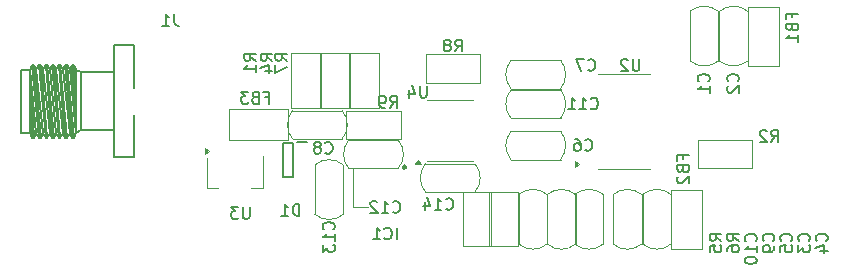
<source format=gbr>
%TF.GenerationSoftware,KiCad,Pcbnew,8.0.1*%
%TF.CreationDate,2024-03-28T06:54:54+07:00*%
%TF.ProjectId,ADC_pHAT,4144435f-7048-4415-942e-6b696361645f,rev?*%
%TF.SameCoordinates,PX5cbead0PY56c8cc0*%
%TF.FileFunction,Legend,Bot*%
%TF.FilePolarity,Positive*%
%FSLAX46Y46*%
G04 Gerber Fmt 4.6, Leading zero omitted, Abs format (unit mm)*
G04 Created by KiCad (PCBNEW 8.0.1) date 2024-03-28 06:54:54*
%MOMM*%
%LPD*%
G01*
G04 APERTURE LIST*
%ADD10C,0.100000*%
%ADD11C,0.150000*%
%ADD12C,0.120000*%
%ADD13C,0.200000*%
%ADD14C,0.250000*%
G04 APERTURE END LIST*
D10*
X18500000Y5750000D02*
X18500000Y9000000D01*
X19750000Y5750000D02*
X18500000Y5750000D01*
D11*
X11083333Y15068991D02*
X11416666Y15068991D01*
X11416666Y14545181D02*
X11416666Y15545181D01*
X11416666Y15545181D02*
X10940476Y15545181D01*
X10226190Y15068991D02*
X10083333Y15021372D01*
X10083333Y15021372D02*
X10035714Y14973753D01*
X10035714Y14973753D02*
X9988095Y14878515D01*
X9988095Y14878515D02*
X9988095Y14735658D01*
X9988095Y14735658D02*
X10035714Y14640420D01*
X10035714Y14640420D02*
X10083333Y14592800D01*
X10083333Y14592800D02*
X10178571Y14545181D01*
X10178571Y14545181D02*
X10559523Y14545181D01*
X10559523Y14545181D02*
X10559523Y15545181D01*
X10559523Y15545181D02*
X10226190Y15545181D01*
X10226190Y15545181D02*
X10130952Y15497562D01*
X10130952Y15497562D02*
X10083333Y15449943D01*
X10083333Y15449943D02*
X10035714Y15354705D01*
X10035714Y15354705D02*
X10035714Y15259467D01*
X10035714Y15259467D02*
X10083333Y15164229D01*
X10083333Y15164229D02*
X10130952Y15116610D01*
X10130952Y15116610D02*
X10226190Y15068991D01*
X10226190Y15068991D02*
X10559523Y15068991D01*
X9654761Y15545181D02*
X9035714Y15545181D01*
X9035714Y15545181D02*
X9369047Y15164229D01*
X9369047Y15164229D02*
X9226190Y15164229D01*
X9226190Y15164229D02*
X9130952Y15116610D01*
X9130952Y15116610D02*
X9083333Y15068991D01*
X9083333Y15068991D02*
X9035714Y14973753D01*
X9035714Y14973753D02*
X9035714Y14735658D01*
X9035714Y14735658D02*
X9083333Y14640420D01*
X9083333Y14640420D02*
X9130952Y14592800D01*
X9130952Y14592800D02*
X9226190Y14545181D01*
X9226190Y14545181D02*
X9511904Y14545181D01*
X9511904Y14545181D02*
X9607142Y14592800D01*
X9607142Y14592800D02*
X9654761Y14640420D01*
X16859580Y3892858D02*
X16907200Y3940477D01*
X16907200Y3940477D02*
X16954819Y4083334D01*
X16954819Y4083334D02*
X16954819Y4178572D01*
X16954819Y4178572D02*
X16907200Y4321429D01*
X16907200Y4321429D02*
X16811961Y4416667D01*
X16811961Y4416667D02*
X16716723Y4464286D01*
X16716723Y4464286D02*
X16526247Y4511905D01*
X16526247Y4511905D02*
X16383390Y4511905D01*
X16383390Y4511905D02*
X16192914Y4464286D01*
X16192914Y4464286D02*
X16097676Y4416667D01*
X16097676Y4416667D02*
X16002438Y4321429D01*
X16002438Y4321429D02*
X15954819Y4178572D01*
X15954819Y4178572D02*
X15954819Y4083334D01*
X15954819Y4083334D02*
X16002438Y3940477D01*
X16002438Y3940477D02*
X16050057Y3892858D01*
X16954819Y2940477D02*
X16954819Y3511905D01*
X16954819Y3226191D02*
X15954819Y3226191D01*
X15954819Y3226191D02*
X16097676Y3321429D01*
X16097676Y3321429D02*
X16192914Y3416667D01*
X16192914Y3416667D02*
X16240533Y3511905D01*
X15954819Y2607143D02*
X15954819Y1988096D01*
X15954819Y1988096D02*
X16335771Y2321429D01*
X16335771Y2321429D02*
X16335771Y2178572D01*
X16335771Y2178572D02*
X16383390Y2083334D01*
X16383390Y2083334D02*
X16431009Y2035715D01*
X16431009Y2035715D02*
X16526247Y1988096D01*
X16526247Y1988096D02*
X16764342Y1988096D01*
X16764342Y1988096D02*
X16859580Y2035715D01*
X16859580Y2035715D02*
X16907200Y2083334D01*
X16907200Y2083334D02*
X16954819Y2178572D01*
X16954819Y2178572D02*
X16954819Y2464286D01*
X16954819Y2464286D02*
X16907200Y2559524D01*
X16907200Y2559524D02*
X16859580Y2607143D01*
X54109580Y2916667D02*
X54157200Y2964286D01*
X54157200Y2964286D02*
X54204819Y3107143D01*
X54204819Y3107143D02*
X54204819Y3202381D01*
X54204819Y3202381D02*
X54157200Y3345238D01*
X54157200Y3345238D02*
X54061961Y3440476D01*
X54061961Y3440476D02*
X53966723Y3488095D01*
X53966723Y3488095D02*
X53776247Y3535714D01*
X53776247Y3535714D02*
X53633390Y3535714D01*
X53633390Y3535714D02*
X53442914Y3488095D01*
X53442914Y3488095D02*
X53347676Y3440476D01*
X53347676Y3440476D02*
X53252438Y3345238D01*
X53252438Y3345238D02*
X53204819Y3202381D01*
X53204819Y3202381D02*
X53204819Y3107143D01*
X53204819Y3107143D02*
X53252438Y2964286D01*
X53252438Y2964286D02*
X53300057Y2916667D01*
X54204819Y2440476D02*
X54204819Y2250000D01*
X54204819Y2250000D02*
X54157200Y2154762D01*
X54157200Y2154762D02*
X54109580Y2107143D01*
X54109580Y2107143D02*
X53966723Y2011905D01*
X53966723Y2011905D02*
X53776247Y1964286D01*
X53776247Y1964286D02*
X53395295Y1964286D01*
X53395295Y1964286D02*
X53300057Y2011905D01*
X53300057Y2011905D02*
X53252438Y2059524D01*
X53252438Y2059524D02*
X53204819Y2154762D01*
X53204819Y2154762D02*
X53204819Y2345238D01*
X53204819Y2345238D02*
X53252438Y2440476D01*
X53252438Y2440476D02*
X53300057Y2488095D01*
X53300057Y2488095D02*
X53395295Y2535714D01*
X53395295Y2535714D02*
X53633390Y2535714D01*
X53633390Y2535714D02*
X53728628Y2488095D01*
X53728628Y2488095D02*
X53776247Y2440476D01*
X53776247Y2440476D02*
X53823866Y2345238D01*
X53823866Y2345238D02*
X53823866Y2154762D01*
X53823866Y2154762D02*
X53776247Y2059524D01*
X53776247Y2059524D02*
X53728628Y2011905D01*
X53728628Y2011905D02*
X53633390Y1964286D01*
X58609580Y2916667D02*
X58657200Y2964286D01*
X58657200Y2964286D02*
X58704819Y3107143D01*
X58704819Y3107143D02*
X58704819Y3202381D01*
X58704819Y3202381D02*
X58657200Y3345238D01*
X58657200Y3345238D02*
X58561961Y3440476D01*
X58561961Y3440476D02*
X58466723Y3488095D01*
X58466723Y3488095D02*
X58276247Y3535714D01*
X58276247Y3535714D02*
X58133390Y3535714D01*
X58133390Y3535714D02*
X57942914Y3488095D01*
X57942914Y3488095D02*
X57847676Y3440476D01*
X57847676Y3440476D02*
X57752438Y3345238D01*
X57752438Y3345238D02*
X57704819Y3202381D01*
X57704819Y3202381D02*
X57704819Y3107143D01*
X57704819Y3107143D02*
X57752438Y2964286D01*
X57752438Y2964286D02*
X57800057Y2916667D01*
X58038152Y2059524D02*
X58704819Y2059524D01*
X57657200Y2297619D02*
X58371485Y2535714D01*
X58371485Y2535714D02*
X58371485Y1916667D01*
X49704819Y2916667D02*
X49228628Y3250000D01*
X49704819Y3488095D02*
X48704819Y3488095D01*
X48704819Y3488095D02*
X48704819Y3107143D01*
X48704819Y3107143D02*
X48752438Y3011905D01*
X48752438Y3011905D02*
X48800057Y2964286D01*
X48800057Y2964286D02*
X48895295Y2916667D01*
X48895295Y2916667D02*
X49038152Y2916667D01*
X49038152Y2916667D02*
X49133390Y2964286D01*
X49133390Y2964286D02*
X49181009Y3011905D01*
X49181009Y3011905D02*
X49228628Y3107143D01*
X49228628Y3107143D02*
X49228628Y3488095D01*
X48704819Y2011905D02*
X48704819Y2488095D01*
X48704819Y2488095D02*
X49181009Y2535714D01*
X49181009Y2535714D02*
X49133390Y2488095D01*
X49133390Y2488095D02*
X49085771Y2392857D01*
X49085771Y2392857D02*
X49085771Y2154762D01*
X49085771Y2154762D02*
X49133390Y2059524D01*
X49133390Y2059524D02*
X49181009Y2011905D01*
X49181009Y2011905D02*
X49276247Y1964286D01*
X49276247Y1964286D02*
X49514342Y1964286D01*
X49514342Y1964286D02*
X49609580Y2011905D01*
X49609580Y2011905D02*
X49657200Y2059524D01*
X49657200Y2059524D02*
X49704819Y2154762D01*
X49704819Y2154762D02*
X49704819Y2392857D01*
X49704819Y2392857D02*
X49657200Y2488095D01*
X49657200Y2488095D02*
X49609580Y2535714D01*
X13988094Y5045181D02*
X13988094Y6045181D01*
X13988094Y6045181D02*
X13749999Y6045181D01*
X13749999Y6045181D02*
X13607142Y5997562D01*
X13607142Y5997562D02*
X13511904Y5902324D01*
X13511904Y5902324D02*
X13464285Y5807086D01*
X13464285Y5807086D02*
X13416666Y5616610D01*
X13416666Y5616610D02*
X13416666Y5473753D01*
X13416666Y5473753D02*
X13464285Y5283277D01*
X13464285Y5283277D02*
X13511904Y5188039D01*
X13511904Y5188039D02*
X13607142Y5092800D01*
X13607142Y5092800D02*
X13749999Y5045181D01*
X13749999Y5045181D02*
X13988094Y5045181D01*
X12464285Y5045181D02*
X13035713Y5045181D01*
X12749999Y5045181D02*
X12749999Y6045181D01*
X12749999Y6045181D02*
X12845237Y5902324D01*
X12845237Y5902324D02*
X12940475Y5807086D01*
X12940475Y5807086D02*
X13035713Y5759467D01*
X24761904Y16045181D02*
X24761904Y15235658D01*
X24761904Y15235658D02*
X24714285Y15140420D01*
X24714285Y15140420D02*
X24666666Y15092800D01*
X24666666Y15092800D02*
X24571428Y15045181D01*
X24571428Y15045181D02*
X24380952Y15045181D01*
X24380952Y15045181D02*
X24285714Y15092800D01*
X24285714Y15092800D02*
X24238095Y15140420D01*
X24238095Y15140420D02*
X24190476Y15235658D01*
X24190476Y15235658D02*
X24190476Y16045181D01*
X23285714Y15711848D02*
X23285714Y15045181D01*
X23523809Y16092800D02*
X23761904Y15378515D01*
X23761904Y15378515D02*
X23142857Y15378515D01*
X42761904Y18295181D02*
X42761904Y17485658D01*
X42761904Y17485658D02*
X42714285Y17390420D01*
X42714285Y17390420D02*
X42666666Y17342800D01*
X42666666Y17342800D02*
X42571428Y17295181D01*
X42571428Y17295181D02*
X42380952Y17295181D01*
X42380952Y17295181D02*
X42285714Y17342800D01*
X42285714Y17342800D02*
X42238095Y17390420D01*
X42238095Y17390420D02*
X42190476Y17485658D01*
X42190476Y17485658D02*
X42190476Y18295181D01*
X41761904Y18199943D02*
X41714285Y18247562D01*
X41714285Y18247562D02*
X41619047Y18295181D01*
X41619047Y18295181D02*
X41380952Y18295181D01*
X41380952Y18295181D02*
X41285714Y18247562D01*
X41285714Y18247562D02*
X41238095Y18199943D01*
X41238095Y18199943D02*
X41190476Y18104705D01*
X41190476Y18104705D02*
X41190476Y18009467D01*
X41190476Y18009467D02*
X41238095Y17866610D01*
X41238095Y17866610D02*
X41809523Y17295181D01*
X41809523Y17295181D02*
X41190476Y17295181D01*
X38642857Y14140420D02*
X38690476Y14092800D01*
X38690476Y14092800D02*
X38833333Y14045181D01*
X38833333Y14045181D02*
X38928571Y14045181D01*
X38928571Y14045181D02*
X39071428Y14092800D01*
X39071428Y14092800D02*
X39166666Y14188039D01*
X39166666Y14188039D02*
X39214285Y14283277D01*
X39214285Y14283277D02*
X39261904Y14473753D01*
X39261904Y14473753D02*
X39261904Y14616610D01*
X39261904Y14616610D02*
X39214285Y14807086D01*
X39214285Y14807086D02*
X39166666Y14902324D01*
X39166666Y14902324D02*
X39071428Y14997562D01*
X39071428Y14997562D02*
X38928571Y15045181D01*
X38928571Y15045181D02*
X38833333Y15045181D01*
X38833333Y15045181D02*
X38690476Y14997562D01*
X38690476Y14997562D02*
X38642857Y14949943D01*
X37690476Y14045181D02*
X38261904Y14045181D01*
X37976190Y14045181D02*
X37976190Y15045181D01*
X37976190Y15045181D02*
X38071428Y14902324D01*
X38071428Y14902324D02*
X38166666Y14807086D01*
X38166666Y14807086D02*
X38261904Y14759467D01*
X36738095Y14045181D02*
X37309523Y14045181D01*
X37023809Y14045181D02*
X37023809Y15045181D01*
X37023809Y15045181D02*
X37119047Y14902324D01*
X37119047Y14902324D02*
X37214285Y14807086D01*
X37214285Y14807086D02*
X37309523Y14759467D01*
X38416666Y17390420D02*
X38464285Y17342800D01*
X38464285Y17342800D02*
X38607142Y17295181D01*
X38607142Y17295181D02*
X38702380Y17295181D01*
X38702380Y17295181D02*
X38845237Y17342800D01*
X38845237Y17342800D02*
X38940475Y17438039D01*
X38940475Y17438039D02*
X38988094Y17533277D01*
X38988094Y17533277D02*
X39035713Y17723753D01*
X39035713Y17723753D02*
X39035713Y17866610D01*
X39035713Y17866610D02*
X38988094Y18057086D01*
X38988094Y18057086D02*
X38940475Y18152324D01*
X38940475Y18152324D02*
X38845237Y18247562D01*
X38845237Y18247562D02*
X38702380Y18295181D01*
X38702380Y18295181D02*
X38607142Y18295181D01*
X38607142Y18295181D02*
X38464285Y18247562D01*
X38464285Y18247562D02*
X38416666Y18199943D01*
X38083332Y18295181D02*
X37416666Y18295181D01*
X37416666Y18295181D02*
X37845237Y17295181D01*
X27166666Y18950181D02*
X27499999Y19426372D01*
X27738094Y18950181D02*
X27738094Y19950181D01*
X27738094Y19950181D02*
X27357142Y19950181D01*
X27357142Y19950181D02*
X27261904Y19902562D01*
X27261904Y19902562D02*
X27214285Y19854943D01*
X27214285Y19854943D02*
X27166666Y19759705D01*
X27166666Y19759705D02*
X27166666Y19616848D01*
X27166666Y19616848D02*
X27214285Y19521610D01*
X27214285Y19521610D02*
X27261904Y19473991D01*
X27261904Y19473991D02*
X27357142Y19426372D01*
X27357142Y19426372D02*
X27738094Y19426372D01*
X26595237Y19521610D02*
X26690475Y19569229D01*
X26690475Y19569229D02*
X26738094Y19616848D01*
X26738094Y19616848D02*
X26785713Y19712086D01*
X26785713Y19712086D02*
X26785713Y19759705D01*
X26785713Y19759705D02*
X26738094Y19854943D01*
X26738094Y19854943D02*
X26690475Y19902562D01*
X26690475Y19902562D02*
X26595237Y19950181D01*
X26595237Y19950181D02*
X26404761Y19950181D01*
X26404761Y19950181D02*
X26309523Y19902562D01*
X26309523Y19902562D02*
X26261904Y19854943D01*
X26261904Y19854943D02*
X26214285Y19759705D01*
X26214285Y19759705D02*
X26214285Y19712086D01*
X26214285Y19712086D02*
X26261904Y19616848D01*
X26261904Y19616848D02*
X26309523Y19569229D01*
X26309523Y19569229D02*
X26404761Y19521610D01*
X26404761Y19521610D02*
X26595237Y19521610D01*
X26595237Y19521610D02*
X26690475Y19473991D01*
X26690475Y19473991D02*
X26738094Y19426372D01*
X26738094Y19426372D02*
X26785713Y19331134D01*
X26785713Y19331134D02*
X26785713Y19140658D01*
X26785713Y19140658D02*
X26738094Y19045420D01*
X26738094Y19045420D02*
X26690475Y18997800D01*
X26690475Y18997800D02*
X26595237Y18950181D01*
X26595237Y18950181D02*
X26404761Y18950181D01*
X26404761Y18950181D02*
X26309523Y18997800D01*
X26309523Y18997800D02*
X26261904Y19045420D01*
X26261904Y19045420D02*
X26214285Y19140658D01*
X26214285Y19140658D02*
X26214285Y19331134D01*
X26214285Y19331134D02*
X26261904Y19426372D01*
X26261904Y19426372D02*
X26309523Y19473991D01*
X26309523Y19473991D02*
X26404761Y19521610D01*
X53916666Y11295181D02*
X54249999Y11771372D01*
X54488094Y11295181D02*
X54488094Y12295181D01*
X54488094Y12295181D02*
X54107142Y12295181D01*
X54107142Y12295181D02*
X54011904Y12247562D01*
X54011904Y12247562D02*
X53964285Y12199943D01*
X53964285Y12199943D02*
X53916666Y12104705D01*
X53916666Y12104705D02*
X53916666Y11961848D01*
X53916666Y11961848D02*
X53964285Y11866610D01*
X53964285Y11866610D02*
X54011904Y11818991D01*
X54011904Y11818991D02*
X54107142Y11771372D01*
X54107142Y11771372D02*
X54488094Y11771372D01*
X53535713Y12199943D02*
X53488094Y12247562D01*
X53488094Y12247562D02*
X53392856Y12295181D01*
X53392856Y12295181D02*
X53154761Y12295181D01*
X53154761Y12295181D02*
X53059523Y12247562D01*
X53059523Y12247562D02*
X53011904Y12199943D01*
X53011904Y12199943D02*
X52964285Y12104705D01*
X52964285Y12104705D02*
X52964285Y12009467D01*
X52964285Y12009467D02*
X53011904Y11866610D01*
X53011904Y11866610D02*
X53583332Y11295181D01*
X53583332Y11295181D02*
X52964285Y11295181D01*
X51109580Y16416667D02*
X51157200Y16464286D01*
X51157200Y16464286D02*
X51204819Y16607143D01*
X51204819Y16607143D02*
X51204819Y16702381D01*
X51204819Y16702381D02*
X51157200Y16845238D01*
X51157200Y16845238D02*
X51061961Y16940476D01*
X51061961Y16940476D02*
X50966723Y16988095D01*
X50966723Y16988095D02*
X50776247Y17035714D01*
X50776247Y17035714D02*
X50633390Y17035714D01*
X50633390Y17035714D02*
X50442914Y16988095D01*
X50442914Y16988095D02*
X50347676Y16940476D01*
X50347676Y16940476D02*
X50252438Y16845238D01*
X50252438Y16845238D02*
X50204819Y16702381D01*
X50204819Y16702381D02*
X50204819Y16607143D01*
X50204819Y16607143D02*
X50252438Y16464286D01*
X50252438Y16464286D02*
X50300057Y16416667D01*
X50300057Y16035714D02*
X50252438Y15988095D01*
X50252438Y15988095D02*
X50204819Y15892857D01*
X50204819Y15892857D02*
X50204819Y15654762D01*
X50204819Y15654762D02*
X50252438Y15559524D01*
X50252438Y15559524D02*
X50300057Y15511905D01*
X50300057Y15511905D02*
X50395295Y15464286D01*
X50395295Y15464286D02*
X50490533Y15464286D01*
X50490533Y15464286D02*
X50633390Y15511905D01*
X50633390Y15511905D02*
X51204819Y16083333D01*
X51204819Y16083333D02*
X51204819Y15464286D01*
X16166666Y10390420D02*
X16214285Y10342800D01*
X16214285Y10342800D02*
X16357142Y10295181D01*
X16357142Y10295181D02*
X16452380Y10295181D01*
X16452380Y10295181D02*
X16595237Y10342800D01*
X16595237Y10342800D02*
X16690475Y10438039D01*
X16690475Y10438039D02*
X16738094Y10533277D01*
X16738094Y10533277D02*
X16785713Y10723753D01*
X16785713Y10723753D02*
X16785713Y10866610D01*
X16785713Y10866610D02*
X16738094Y11057086D01*
X16738094Y11057086D02*
X16690475Y11152324D01*
X16690475Y11152324D02*
X16595237Y11247562D01*
X16595237Y11247562D02*
X16452380Y11295181D01*
X16452380Y11295181D02*
X16357142Y11295181D01*
X16357142Y11295181D02*
X16214285Y11247562D01*
X16214285Y11247562D02*
X16166666Y11199943D01*
X15595237Y10866610D02*
X15690475Y10914229D01*
X15690475Y10914229D02*
X15738094Y10961848D01*
X15738094Y10961848D02*
X15785713Y11057086D01*
X15785713Y11057086D02*
X15785713Y11104705D01*
X15785713Y11104705D02*
X15738094Y11199943D01*
X15738094Y11199943D02*
X15690475Y11247562D01*
X15690475Y11247562D02*
X15595237Y11295181D01*
X15595237Y11295181D02*
X15404761Y11295181D01*
X15404761Y11295181D02*
X15309523Y11247562D01*
X15309523Y11247562D02*
X15261904Y11199943D01*
X15261904Y11199943D02*
X15214285Y11104705D01*
X15214285Y11104705D02*
X15214285Y11057086D01*
X15214285Y11057086D02*
X15261904Y10961848D01*
X15261904Y10961848D02*
X15309523Y10914229D01*
X15309523Y10914229D02*
X15404761Y10866610D01*
X15404761Y10866610D02*
X15595237Y10866610D01*
X15595237Y10866610D02*
X15690475Y10818991D01*
X15690475Y10818991D02*
X15738094Y10771372D01*
X15738094Y10771372D02*
X15785713Y10676134D01*
X15785713Y10676134D02*
X15785713Y10485658D01*
X15785713Y10485658D02*
X15738094Y10390420D01*
X15738094Y10390420D02*
X15690475Y10342800D01*
X15690475Y10342800D02*
X15595237Y10295181D01*
X15595237Y10295181D02*
X15404761Y10295181D01*
X15404761Y10295181D02*
X15309523Y10342800D01*
X15309523Y10342800D02*
X15261904Y10390420D01*
X15261904Y10390420D02*
X15214285Y10485658D01*
X15214285Y10485658D02*
X15214285Y10676134D01*
X15214285Y10676134D02*
X15261904Y10771372D01*
X15261904Y10771372D02*
X15309523Y10818991D01*
X15309523Y10818991D02*
X15404761Y10866610D01*
X12954819Y18166667D02*
X12478628Y18500000D01*
X12954819Y18738095D02*
X11954819Y18738095D01*
X11954819Y18738095D02*
X11954819Y18357143D01*
X11954819Y18357143D02*
X12002438Y18261905D01*
X12002438Y18261905D02*
X12050057Y18214286D01*
X12050057Y18214286D02*
X12145295Y18166667D01*
X12145295Y18166667D02*
X12288152Y18166667D01*
X12288152Y18166667D02*
X12383390Y18214286D01*
X12383390Y18214286D02*
X12431009Y18261905D01*
X12431009Y18261905D02*
X12478628Y18357143D01*
X12478628Y18357143D02*
X12478628Y18738095D01*
X11954819Y17833333D02*
X11954819Y17166667D01*
X11954819Y17166667D02*
X12954819Y17595238D01*
X38166666Y10640420D02*
X38214285Y10592800D01*
X38214285Y10592800D02*
X38357142Y10545181D01*
X38357142Y10545181D02*
X38452380Y10545181D01*
X38452380Y10545181D02*
X38595237Y10592800D01*
X38595237Y10592800D02*
X38690475Y10688039D01*
X38690475Y10688039D02*
X38738094Y10783277D01*
X38738094Y10783277D02*
X38785713Y10973753D01*
X38785713Y10973753D02*
X38785713Y11116610D01*
X38785713Y11116610D02*
X38738094Y11307086D01*
X38738094Y11307086D02*
X38690475Y11402324D01*
X38690475Y11402324D02*
X38595237Y11497562D01*
X38595237Y11497562D02*
X38452380Y11545181D01*
X38452380Y11545181D02*
X38357142Y11545181D01*
X38357142Y11545181D02*
X38214285Y11497562D01*
X38214285Y11497562D02*
X38166666Y11449943D01*
X37309523Y11545181D02*
X37499999Y11545181D01*
X37499999Y11545181D02*
X37595237Y11497562D01*
X37595237Y11497562D02*
X37642856Y11449943D01*
X37642856Y11449943D02*
X37738094Y11307086D01*
X37738094Y11307086D02*
X37785713Y11116610D01*
X37785713Y11116610D02*
X37785713Y10735658D01*
X37785713Y10735658D02*
X37738094Y10640420D01*
X37738094Y10640420D02*
X37690475Y10592800D01*
X37690475Y10592800D02*
X37595237Y10545181D01*
X37595237Y10545181D02*
X37404761Y10545181D01*
X37404761Y10545181D02*
X37309523Y10592800D01*
X37309523Y10592800D02*
X37261904Y10640420D01*
X37261904Y10640420D02*
X37214285Y10735658D01*
X37214285Y10735658D02*
X37214285Y10973753D01*
X37214285Y10973753D02*
X37261904Y11068991D01*
X37261904Y11068991D02*
X37309523Y11116610D01*
X37309523Y11116610D02*
X37404761Y11164229D01*
X37404761Y11164229D02*
X37595237Y11164229D01*
X37595237Y11164229D02*
X37690475Y11116610D01*
X37690475Y11116610D02*
X37738094Y11068991D01*
X37738094Y11068991D02*
X37785713Y10973753D01*
X21666666Y14200181D02*
X21999999Y14676372D01*
X22238094Y14200181D02*
X22238094Y15200181D01*
X22238094Y15200181D02*
X21857142Y15200181D01*
X21857142Y15200181D02*
X21761904Y15152562D01*
X21761904Y15152562D02*
X21714285Y15104943D01*
X21714285Y15104943D02*
X21666666Y15009705D01*
X21666666Y15009705D02*
X21666666Y14866848D01*
X21666666Y14866848D02*
X21714285Y14771610D01*
X21714285Y14771610D02*
X21761904Y14723991D01*
X21761904Y14723991D02*
X21857142Y14676372D01*
X21857142Y14676372D02*
X22238094Y14676372D01*
X21190475Y14200181D02*
X20999999Y14200181D01*
X20999999Y14200181D02*
X20904761Y14247800D01*
X20904761Y14247800D02*
X20857142Y14295420D01*
X20857142Y14295420D02*
X20761904Y14438277D01*
X20761904Y14438277D02*
X20714285Y14628753D01*
X20714285Y14628753D02*
X20714285Y15009705D01*
X20714285Y15009705D02*
X20761904Y15104943D01*
X20761904Y15104943D02*
X20809523Y15152562D01*
X20809523Y15152562D02*
X20904761Y15200181D01*
X20904761Y15200181D02*
X21095237Y15200181D01*
X21095237Y15200181D02*
X21190475Y15152562D01*
X21190475Y15152562D02*
X21238094Y15104943D01*
X21238094Y15104943D02*
X21285713Y15009705D01*
X21285713Y15009705D02*
X21285713Y14771610D01*
X21285713Y14771610D02*
X21238094Y14676372D01*
X21238094Y14676372D02*
X21190475Y14628753D01*
X21190475Y14628753D02*
X21095237Y14581134D01*
X21095237Y14581134D02*
X20904761Y14581134D01*
X20904761Y14581134D02*
X20809523Y14628753D01*
X20809523Y14628753D02*
X20761904Y14676372D01*
X20761904Y14676372D02*
X20714285Y14771610D01*
X11704819Y18166667D02*
X11228628Y18500000D01*
X11704819Y18738095D02*
X10704819Y18738095D01*
X10704819Y18738095D02*
X10704819Y18357143D01*
X10704819Y18357143D02*
X10752438Y18261905D01*
X10752438Y18261905D02*
X10800057Y18214286D01*
X10800057Y18214286D02*
X10895295Y18166667D01*
X10895295Y18166667D02*
X11038152Y18166667D01*
X11038152Y18166667D02*
X11133390Y18214286D01*
X11133390Y18214286D02*
X11181009Y18261905D01*
X11181009Y18261905D02*
X11228628Y18357143D01*
X11228628Y18357143D02*
X11228628Y18738095D01*
X11038152Y17309524D02*
X11704819Y17309524D01*
X10657200Y17547619D02*
X11371485Y17785714D01*
X11371485Y17785714D02*
X11371485Y17166667D01*
X3377506Y22130181D02*
X3377506Y21415896D01*
X3377506Y21415896D02*
X3425125Y21273039D01*
X3425125Y21273039D02*
X3520363Y21177800D01*
X3520363Y21177800D02*
X3663220Y21130181D01*
X3663220Y21130181D02*
X3758458Y21130181D01*
X2377506Y21130181D02*
X2948934Y21130181D01*
X2663220Y21130181D02*
X2663220Y22130181D01*
X2663220Y22130181D02*
X2758458Y21987324D01*
X2758458Y21987324D02*
X2853696Y21892086D01*
X2853696Y21892086D02*
X2948934Y21844467D01*
X48609580Y16416667D02*
X48657200Y16464286D01*
X48657200Y16464286D02*
X48704819Y16607143D01*
X48704819Y16607143D02*
X48704819Y16702381D01*
X48704819Y16702381D02*
X48657200Y16845238D01*
X48657200Y16845238D02*
X48561961Y16940476D01*
X48561961Y16940476D02*
X48466723Y16988095D01*
X48466723Y16988095D02*
X48276247Y17035714D01*
X48276247Y17035714D02*
X48133390Y17035714D01*
X48133390Y17035714D02*
X47942914Y16988095D01*
X47942914Y16988095D02*
X47847676Y16940476D01*
X47847676Y16940476D02*
X47752438Y16845238D01*
X47752438Y16845238D02*
X47704819Y16702381D01*
X47704819Y16702381D02*
X47704819Y16607143D01*
X47704819Y16607143D02*
X47752438Y16464286D01*
X47752438Y16464286D02*
X47800057Y16416667D01*
X48704819Y15464286D02*
X48704819Y16035714D01*
X48704819Y15750000D02*
X47704819Y15750000D01*
X47704819Y15750000D02*
X47847676Y15845238D01*
X47847676Y15845238D02*
X47942914Y15940476D01*
X47942914Y15940476D02*
X47990533Y16035714D01*
X51204819Y2916667D02*
X50728628Y3250000D01*
X51204819Y3488095D02*
X50204819Y3488095D01*
X50204819Y3488095D02*
X50204819Y3107143D01*
X50204819Y3107143D02*
X50252438Y3011905D01*
X50252438Y3011905D02*
X50300057Y2964286D01*
X50300057Y2964286D02*
X50395295Y2916667D01*
X50395295Y2916667D02*
X50538152Y2916667D01*
X50538152Y2916667D02*
X50633390Y2964286D01*
X50633390Y2964286D02*
X50681009Y3011905D01*
X50681009Y3011905D02*
X50728628Y3107143D01*
X50728628Y3107143D02*
X50728628Y3488095D01*
X50204819Y2059524D02*
X50204819Y2250000D01*
X50204819Y2250000D02*
X50252438Y2345238D01*
X50252438Y2345238D02*
X50300057Y2392857D01*
X50300057Y2392857D02*
X50442914Y2488095D01*
X50442914Y2488095D02*
X50633390Y2535714D01*
X50633390Y2535714D02*
X51014342Y2535714D01*
X51014342Y2535714D02*
X51109580Y2488095D01*
X51109580Y2488095D02*
X51157200Y2440476D01*
X51157200Y2440476D02*
X51204819Y2345238D01*
X51204819Y2345238D02*
X51204819Y2154762D01*
X51204819Y2154762D02*
X51157200Y2059524D01*
X51157200Y2059524D02*
X51109580Y2011905D01*
X51109580Y2011905D02*
X51014342Y1964286D01*
X51014342Y1964286D02*
X50776247Y1964286D01*
X50776247Y1964286D02*
X50681009Y2011905D01*
X50681009Y2011905D02*
X50633390Y2059524D01*
X50633390Y2059524D02*
X50585771Y2154762D01*
X50585771Y2154762D02*
X50585771Y2345238D01*
X50585771Y2345238D02*
X50633390Y2440476D01*
X50633390Y2440476D02*
X50681009Y2488095D01*
X50681009Y2488095D02*
X50776247Y2535714D01*
X46431009Y9833334D02*
X46431009Y10166667D01*
X46954819Y10166667D02*
X45954819Y10166667D01*
X45954819Y10166667D02*
X45954819Y9690477D01*
X46431009Y8976191D02*
X46478628Y8833334D01*
X46478628Y8833334D02*
X46526247Y8785715D01*
X46526247Y8785715D02*
X46621485Y8738096D01*
X46621485Y8738096D02*
X46764342Y8738096D01*
X46764342Y8738096D02*
X46859580Y8785715D01*
X46859580Y8785715D02*
X46907200Y8833334D01*
X46907200Y8833334D02*
X46954819Y8928572D01*
X46954819Y8928572D02*
X46954819Y9309524D01*
X46954819Y9309524D02*
X45954819Y9309524D01*
X45954819Y9309524D02*
X45954819Y8976191D01*
X45954819Y8976191D02*
X46002438Y8880953D01*
X46002438Y8880953D02*
X46050057Y8833334D01*
X46050057Y8833334D02*
X46145295Y8785715D01*
X46145295Y8785715D02*
X46240533Y8785715D01*
X46240533Y8785715D02*
X46335771Y8833334D01*
X46335771Y8833334D02*
X46383390Y8880953D01*
X46383390Y8880953D02*
X46431009Y8976191D01*
X46431009Y8976191D02*
X46431009Y9309524D01*
X46050057Y8357143D02*
X46002438Y8309524D01*
X46002438Y8309524D02*
X45954819Y8214286D01*
X45954819Y8214286D02*
X45954819Y7976191D01*
X45954819Y7976191D02*
X46002438Y7880953D01*
X46002438Y7880953D02*
X46050057Y7833334D01*
X46050057Y7833334D02*
X46145295Y7785715D01*
X46145295Y7785715D02*
X46240533Y7785715D01*
X46240533Y7785715D02*
X46383390Y7833334D01*
X46383390Y7833334D02*
X46954819Y8404762D01*
X46954819Y8404762D02*
X46954819Y7785715D01*
X52609580Y2892858D02*
X52657200Y2940477D01*
X52657200Y2940477D02*
X52704819Y3083334D01*
X52704819Y3083334D02*
X52704819Y3178572D01*
X52704819Y3178572D02*
X52657200Y3321429D01*
X52657200Y3321429D02*
X52561961Y3416667D01*
X52561961Y3416667D02*
X52466723Y3464286D01*
X52466723Y3464286D02*
X52276247Y3511905D01*
X52276247Y3511905D02*
X52133390Y3511905D01*
X52133390Y3511905D02*
X51942914Y3464286D01*
X51942914Y3464286D02*
X51847676Y3416667D01*
X51847676Y3416667D02*
X51752438Y3321429D01*
X51752438Y3321429D02*
X51704819Y3178572D01*
X51704819Y3178572D02*
X51704819Y3083334D01*
X51704819Y3083334D02*
X51752438Y2940477D01*
X51752438Y2940477D02*
X51800057Y2892858D01*
X52704819Y1940477D02*
X52704819Y2511905D01*
X52704819Y2226191D02*
X51704819Y2226191D01*
X51704819Y2226191D02*
X51847676Y2321429D01*
X51847676Y2321429D02*
X51942914Y2416667D01*
X51942914Y2416667D02*
X51990533Y2511905D01*
X51704819Y1321429D02*
X51704819Y1226191D01*
X51704819Y1226191D02*
X51752438Y1130953D01*
X51752438Y1130953D02*
X51800057Y1083334D01*
X51800057Y1083334D02*
X51895295Y1035715D01*
X51895295Y1035715D02*
X52085771Y988096D01*
X52085771Y988096D02*
X52323866Y988096D01*
X52323866Y988096D02*
X52514342Y1035715D01*
X52514342Y1035715D02*
X52609580Y1083334D01*
X52609580Y1083334D02*
X52657200Y1130953D01*
X52657200Y1130953D02*
X52704819Y1226191D01*
X52704819Y1226191D02*
X52704819Y1321429D01*
X52704819Y1321429D02*
X52657200Y1416667D01*
X52657200Y1416667D02*
X52609580Y1464286D01*
X52609580Y1464286D02*
X52514342Y1511905D01*
X52514342Y1511905D02*
X52323866Y1559524D01*
X52323866Y1559524D02*
X52085771Y1559524D01*
X52085771Y1559524D02*
X51895295Y1511905D01*
X51895295Y1511905D02*
X51800057Y1464286D01*
X51800057Y1464286D02*
X51752438Y1416667D01*
X51752438Y1416667D02*
X51704819Y1321429D01*
X9761904Y5795181D02*
X9761904Y4985658D01*
X9761904Y4985658D02*
X9714285Y4890420D01*
X9714285Y4890420D02*
X9666666Y4842800D01*
X9666666Y4842800D02*
X9571428Y4795181D01*
X9571428Y4795181D02*
X9380952Y4795181D01*
X9380952Y4795181D02*
X9285714Y4842800D01*
X9285714Y4842800D02*
X9238095Y4890420D01*
X9238095Y4890420D02*
X9190476Y4985658D01*
X9190476Y4985658D02*
X9190476Y5795181D01*
X8809523Y5795181D02*
X8190476Y5795181D01*
X8190476Y5795181D02*
X8523809Y5414229D01*
X8523809Y5414229D02*
X8380952Y5414229D01*
X8380952Y5414229D02*
X8285714Y5366610D01*
X8285714Y5366610D02*
X8238095Y5318991D01*
X8238095Y5318991D02*
X8190476Y5223753D01*
X8190476Y5223753D02*
X8190476Y4985658D01*
X8190476Y4985658D02*
X8238095Y4890420D01*
X8238095Y4890420D02*
X8285714Y4842800D01*
X8285714Y4842800D02*
X8380952Y4795181D01*
X8380952Y4795181D02*
X8666666Y4795181D01*
X8666666Y4795181D02*
X8761904Y4842800D01*
X8761904Y4842800D02*
X8809523Y4890420D01*
X55609580Y2916667D02*
X55657200Y2964286D01*
X55657200Y2964286D02*
X55704819Y3107143D01*
X55704819Y3107143D02*
X55704819Y3202381D01*
X55704819Y3202381D02*
X55657200Y3345238D01*
X55657200Y3345238D02*
X55561961Y3440476D01*
X55561961Y3440476D02*
X55466723Y3488095D01*
X55466723Y3488095D02*
X55276247Y3535714D01*
X55276247Y3535714D02*
X55133390Y3535714D01*
X55133390Y3535714D02*
X54942914Y3488095D01*
X54942914Y3488095D02*
X54847676Y3440476D01*
X54847676Y3440476D02*
X54752438Y3345238D01*
X54752438Y3345238D02*
X54704819Y3202381D01*
X54704819Y3202381D02*
X54704819Y3107143D01*
X54704819Y3107143D02*
X54752438Y2964286D01*
X54752438Y2964286D02*
X54800057Y2916667D01*
X54704819Y2011905D02*
X54704819Y2488095D01*
X54704819Y2488095D02*
X55181009Y2535714D01*
X55181009Y2535714D02*
X55133390Y2488095D01*
X55133390Y2488095D02*
X55085771Y2392857D01*
X55085771Y2392857D02*
X55085771Y2154762D01*
X55085771Y2154762D02*
X55133390Y2059524D01*
X55133390Y2059524D02*
X55181009Y2011905D01*
X55181009Y2011905D02*
X55276247Y1964286D01*
X55276247Y1964286D02*
X55514342Y1964286D01*
X55514342Y1964286D02*
X55609580Y2011905D01*
X55609580Y2011905D02*
X55657200Y2059524D01*
X55657200Y2059524D02*
X55704819Y2154762D01*
X55704819Y2154762D02*
X55704819Y2392857D01*
X55704819Y2392857D02*
X55657200Y2488095D01*
X55657200Y2488095D02*
X55609580Y2535714D01*
X55681009Y21833334D02*
X55681009Y22166667D01*
X56204819Y22166667D02*
X55204819Y22166667D01*
X55204819Y22166667D02*
X55204819Y21690477D01*
X55681009Y20976191D02*
X55728628Y20833334D01*
X55728628Y20833334D02*
X55776247Y20785715D01*
X55776247Y20785715D02*
X55871485Y20738096D01*
X55871485Y20738096D02*
X56014342Y20738096D01*
X56014342Y20738096D02*
X56109580Y20785715D01*
X56109580Y20785715D02*
X56157200Y20833334D01*
X56157200Y20833334D02*
X56204819Y20928572D01*
X56204819Y20928572D02*
X56204819Y21309524D01*
X56204819Y21309524D02*
X55204819Y21309524D01*
X55204819Y21309524D02*
X55204819Y20976191D01*
X55204819Y20976191D02*
X55252438Y20880953D01*
X55252438Y20880953D02*
X55300057Y20833334D01*
X55300057Y20833334D02*
X55395295Y20785715D01*
X55395295Y20785715D02*
X55490533Y20785715D01*
X55490533Y20785715D02*
X55585771Y20833334D01*
X55585771Y20833334D02*
X55633390Y20880953D01*
X55633390Y20880953D02*
X55681009Y20976191D01*
X55681009Y20976191D02*
X55681009Y21309524D01*
X56204819Y19785715D02*
X56204819Y20357143D01*
X56204819Y20071429D02*
X55204819Y20071429D01*
X55204819Y20071429D02*
X55347676Y20166667D01*
X55347676Y20166667D02*
X55442914Y20261905D01*
X55442914Y20261905D02*
X55490533Y20357143D01*
X10299819Y18166667D02*
X9823628Y18500000D01*
X10299819Y18738095D02*
X9299819Y18738095D01*
X9299819Y18738095D02*
X9299819Y18357143D01*
X9299819Y18357143D02*
X9347438Y18261905D01*
X9347438Y18261905D02*
X9395057Y18214286D01*
X9395057Y18214286D02*
X9490295Y18166667D01*
X9490295Y18166667D02*
X9633152Y18166667D01*
X9633152Y18166667D02*
X9728390Y18214286D01*
X9728390Y18214286D02*
X9776009Y18261905D01*
X9776009Y18261905D02*
X9823628Y18357143D01*
X9823628Y18357143D02*
X9823628Y18738095D01*
X10299819Y17214286D02*
X10299819Y17785714D01*
X10299819Y17500000D02*
X9299819Y17500000D01*
X9299819Y17500000D02*
X9442676Y17595238D01*
X9442676Y17595238D02*
X9537914Y17690476D01*
X9537914Y17690476D02*
X9585533Y17785714D01*
X21892857Y5390420D02*
X21940476Y5342800D01*
X21940476Y5342800D02*
X22083333Y5295181D01*
X22083333Y5295181D02*
X22178571Y5295181D01*
X22178571Y5295181D02*
X22321428Y5342800D01*
X22321428Y5342800D02*
X22416666Y5438039D01*
X22416666Y5438039D02*
X22464285Y5533277D01*
X22464285Y5533277D02*
X22511904Y5723753D01*
X22511904Y5723753D02*
X22511904Y5866610D01*
X22511904Y5866610D02*
X22464285Y6057086D01*
X22464285Y6057086D02*
X22416666Y6152324D01*
X22416666Y6152324D02*
X22321428Y6247562D01*
X22321428Y6247562D02*
X22178571Y6295181D01*
X22178571Y6295181D02*
X22083333Y6295181D01*
X22083333Y6295181D02*
X21940476Y6247562D01*
X21940476Y6247562D02*
X21892857Y6199943D01*
X20940476Y5295181D02*
X21511904Y5295181D01*
X21226190Y5295181D02*
X21226190Y6295181D01*
X21226190Y6295181D02*
X21321428Y6152324D01*
X21321428Y6152324D02*
X21416666Y6057086D01*
X21416666Y6057086D02*
X21511904Y6009467D01*
X20559523Y6199943D02*
X20511904Y6247562D01*
X20511904Y6247562D02*
X20416666Y6295181D01*
X20416666Y6295181D02*
X20178571Y6295181D01*
X20178571Y6295181D02*
X20083333Y6247562D01*
X20083333Y6247562D02*
X20035714Y6199943D01*
X20035714Y6199943D02*
X19988095Y6104705D01*
X19988095Y6104705D02*
X19988095Y6009467D01*
X19988095Y6009467D02*
X20035714Y5866610D01*
X20035714Y5866610D02*
X20607142Y5295181D01*
X20607142Y5295181D02*
X19988095Y5295181D01*
X26392857Y5640420D02*
X26440476Y5592800D01*
X26440476Y5592800D02*
X26583333Y5545181D01*
X26583333Y5545181D02*
X26678571Y5545181D01*
X26678571Y5545181D02*
X26821428Y5592800D01*
X26821428Y5592800D02*
X26916666Y5688039D01*
X26916666Y5688039D02*
X26964285Y5783277D01*
X26964285Y5783277D02*
X27011904Y5973753D01*
X27011904Y5973753D02*
X27011904Y6116610D01*
X27011904Y6116610D02*
X26964285Y6307086D01*
X26964285Y6307086D02*
X26916666Y6402324D01*
X26916666Y6402324D02*
X26821428Y6497562D01*
X26821428Y6497562D02*
X26678571Y6545181D01*
X26678571Y6545181D02*
X26583333Y6545181D01*
X26583333Y6545181D02*
X26440476Y6497562D01*
X26440476Y6497562D02*
X26392857Y6449943D01*
X25440476Y5545181D02*
X26011904Y5545181D01*
X25726190Y5545181D02*
X25726190Y6545181D01*
X25726190Y6545181D02*
X25821428Y6402324D01*
X25821428Y6402324D02*
X25916666Y6307086D01*
X25916666Y6307086D02*
X26011904Y6259467D01*
X24583333Y6211848D02*
X24583333Y5545181D01*
X24821428Y6592800D02*
X25059523Y5878515D01*
X25059523Y5878515D02*
X24440476Y5878515D01*
X57109580Y2916667D02*
X57157200Y2964286D01*
X57157200Y2964286D02*
X57204819Y3107143D01*
X57204819Y3107143D02*
X57204819Y3202381D01*
X57204819Y3202381D02*
X57157200Y3345238D01*
X57157200Y3345238D02*
X57061961Y3440476D01*
X57061961Y3440476D02*
X56966723Y3488095D01*
X56966723Y3488095D02*
X56776247Y3535714D01*
X56776247Y3535714D02*
X56633390Y3535714D01*
X56633390Y3535714D02*
X56442914Y3488095D01*
X56442914Y3488095D02*
X56347676Y3440476D01*
X56347676Y3440476D02*
X56252438Y3345238D01*
X56252438Y3345238D02*
X56204819Y3202381D01*
X56204819Y3202381D02*
X56204819Y3107143D01*
X56204819Y3107143D02*
X56252438Y2964286D01*
X56252438Y2964286D02*
X56300057Y2916667D01*
X56204819Y2583333D02*
X56204819Y1964286D01*
X56204819Y1964286D02*
X56585771Y2297619D01*
X56585771Y2297619D02*
X56585771Y2154762D01*
X56585771Y2154762D02*
X56633390Y2059524D01*
X56633390Y2059524D02*
X56681009Y2011905D01*
X56681009Y2011905D02*
X56776247Y1964286D01*
X56776247Y1964286D02*
X57014342Y1964286D01*
X57014342Y1964286D02*
X57109580Y2011905D01*
X57109580Y2011905D02*
X57157200Y2059524D01*
X57157200Y2059524D02*
X57204819Y2154762D01*
X57204819Y2154762D02*
X57204819Y2440476D01*
X57204819Y2440476D02*
X57157200Y2535714D01*
X57157200Y2535714D02*
X57109580Y2583333D01*
X22226189Y3045181D02*
X22226189Y4045181D01*
X21178571Y3140420D02*
X21226190Y3092800D01*
X21226190Y3092800D02*
X21369047Y3045181D01*
X21369047Y3045181D02*
X21464285Y3045181D01*
X21464285Y3045181D02*
X21607142Y3092800D01*
X21607142Y3092800D02*
X21702380Y3188039D01*
X21702380Y3188039D02*
X21749999Y3283277D01*
X21749999Y3283277D02*
X21797618Y3473753D01*
X21797618Y3473753D02*
X21797618Y3616610D01*
X21797618Y3616610D02*
X21749999Y3807086D01*
X21749999Y3807086D02*
X21702380Y3902324D01*
X21702380Y3902324D02*
X21607142Y3997562D01*
X21607142Y3997562D02*
X21464285Y4045181D01*
X21464285Y4045181D02*
X21369047Y4045181D01*
X21369047Y4045181D02*
X21226190Y3997562D01*
X21226190Y3997562D02*
X21178571Y3949943D01*
X20226190Y3045181D02*
X20797618Y3045181D01*
X20511904Y3045181D02*
X20511904Y4045181D01*
X20511904Y4045181D02*
X20607142Y3902324D01*
X20607142Y3902324D02*
X20702380Y3807086D01*
X20702380Y3807086D02*
X20797618Y3759467D01*
D12*
%TO.C,FB3*%
X8000000Y14050000D02*
X8000000Y11450000D01*
X8000000Y11450000D02*
X13000000Y11450000D01*
X13000000Y14050000D02*
X8000000Y14050000D01*
X13000000Y11450000D02*
X13000000Y14050000D01*
%TO.C,C13*%
X15300000Y9350000D02*
X15300000Y5150000D01*
X17700000Y5150000D02*
X17700000Y9350000D01*
X15300000Y9350000D02*
G75*
G02*
X17700000Y9350000I1200000J-1408120D01*
G01*
X17700000Y5150000D02*
G75*
G02*
X15300000Y5150000I-1200000J1474352D01*
G01*
%TO.C,C9*%
X34972500Y6850000D02*
X34972500Y2650000D01*
X37372500Y2650000D02*
X37372500Y6850000D01*
X34972500Y6850000D02*
G75*
G02*
X37372500Y6850000I1200000J-1474352D01*
G01*
X37372500Y2650000D02*
G75*
G02*
X34972500Y2650000I-1200000J1408120D01*
G01*
%TO.C,C4*%
X43050000Y6850000D02*
X43050000Y2650000D01*
X45450000Y2650000D02*
X45450000Y6850000D01*
X43050000Y6850000D02*
G75*
G02*
X45450000Y6850000I1200000J-1474352D01*
G01*
X45450000Y2650000D02*
G75*
G02*
X43050000Y2650000I-1200000J1408120D01*
G01*
%TO.C,R5*%
X27800000Y7050000D02*
X27800000Y2450000D01*
X27800000Y2450000D02*
X30200000Y2450000D01*
X30200000Y7050000D02*
X27800000Y7050000D01*
X30200000Y2450000D02*
X30200000Y7050000D01*
D13*
%TO.C,D1*%
X12575000Y11200000D02*
X13425000Y11200000D01*
X12575000Y8300000D02*
X12575000Y11200000D01*
X13425000Y11200000D02*
X13425000Y8300000D01*
X13425000Y8300000D02*
X12575000Y8300000D01*
X13775000Y11250000D02*
X14625000Y11250000D01*
D12*
%TO.C,U4*%
X24800000Y14810000D02*
X26750000Y14810000D01*
X24800000Y9690000D02*
X26750000Y9690000D01*
X28700000Y14810000D02*
X26750000Y14810000D01*
X28700000Y9690000D02*
X26750000Y9690000D01*
X24290000Y9455000D02*
X23810000Y9455000D01*
X24050000Y9785000D01*
X24290000Y9455000D01*
G36*
X24290000Y9455000D02*
G01*
X23810000Y9455000D01*
X24050000Y9785000D01*
X24290000Y9455000D01*
G37*
%TO.C,U2*%
X39300000Y17035000D02*
X41500000Y17035000D01*
X39300000Y8965000D02*
X41500000Y8965000D01*
X43700000Y17035000D02*
X41500000Y17035000D01*
X43700000Y8965000D02*
X41500000Y8965000D01*
X37640000Y9425000D02*
X37310000Y9185000D01*
X37310000Y9665000D01*
X37640000Y9425000D01*
G36*
X37640000Y9425000D02*
G01*
X37310000Y9185000D01*
X37310000Y9665000D01*
X37640000Y9425000D01*
G37*
%TO.C,C11*%
X31900000Y13300000D02*
X36100000Y13300000D01*
X36100000Y15700000D02*
X31900000Y15700000D01*
X31900000Y13300000D02*
G75*
G02*
X31900000Y15700000I1408120J1200000D01*
G01*
X36100000Y15700000D02*
G75*
G02*
X36100000Y13300000I-1474352J-1200000D01*
G01*
%TO.C,C7*%
X31900000Y15800000D02*
X36100000Y15800000D01*
X36100000Y18200000D02*
X31900000Y18200000D01*
X31900000Y15800000D02*
G75*
G02*
X31900000Y18200000I1408120J1200000D01*
G01*
X36100000Y18200000D02*
G75*
G02*
X36100000Y15800000I-1474352J-1200000D01*
G01*
%TO.C,R8*%
X24700000Y18700000D02*
X24700000Y16300000D01*
X24700000Y16300000D02*
X29300000Y16300000D01*
X29300000Y18700000D02*
X24700000Y18700000D01*
X29300000Y16300000D02*
X29300000Y18700000D01*
%TO.C,R2*%
X47700000Y11450000D02*
X47700000Y9050000D01*
X47700000Y9050000D02*
X52300000Y9050000D01*
X52300000Y11450000D02*
X47700000Y11450000D01*
X52300000Y9050000D02*
X52300000Y11450000D01*
%TO.C,C2*%
X49550000Y22350000D02*
X49550000Y18150000D01*
X51950000Y18150000D02*
X51950000Y22350000D01*
X49550000Y22350000D02*
G75*
G02*
X51950000Y22350000I1200000J-1408120D01*
G01*
X51950000Y18150000D02*
G75*
G02*
X49550000Y18150000I-1200000J1474352D01*
G01*
%TO.C,C8*%
X13400000Y11550000D02*
X17600000Y11550000D01*
X17600000Y13950000D02*
X13400000Y13950000D01*
X13400000Y11550000D02*
G75*
G02*
X13400000Y13950000I1474352J1200000D01*
G01*
X17600000Y13950000D02*
G75*
G02*
X17600000Y11550000I-1408120J-1200000D01*
G01*
%TO.C,R7*%
X18300000Y18800000D02*
X18300000Y14200000D01*
X18300000Y14200000D02*
X20700000Y14200000D01*
X20700000Y18800000D02*
X18300000Y18800000D01*
X20700000Y14200000D02*
X20700000Y18800000D01*
%TO.C,C6*%
X31900000Y9800000D02*
X36100000Y9800000D01*
X36100000Y12200000D02*
X31900000Y12200000D01*
X31900000Y9800000D02*
G75*
G02*
X31900000Y12200000I1408120J1200000D01*
G01*
X36100000Y12200000D02*
G75*
G02*
X36100000Y9800000I-1474352J-1200000D01*
G01*
%TO.C,R9*%
X17950000Y13950000D02*
X17950000Y11550000D01*
X17950000Y11550000D02*
X22550000Y11550000D01*
X22550000Y13950000D02*
X17950000Y13950000D01*
X22550000Y11550000D02*
X22550000Y13950000D01*
%TO.C,R4*%
X15800000Y18800000D02*
X15800000Y14200000D01*
X15800000Y14200000D02*
X18200000Y14200000D01*
X18200000Y18800000D02*
X15800000Y18800000D01*
X18200000Y14200000D02*
X18200000Y18800000D01*
D13*
%TO.C,J1*%
X-9555000Y17415000D02*
X-9555000Y12085000D01*
X-9555000Y17415000D02*
X-8840000Y17415000D01*
X-9555000Y12085000D02*
X-8840000Y12085000D01*
X-8840000Y17415000D02*
X-8840000Y12035000D01*
X-8840000Y17415000D02*
X-8629000Y17844000D01*
X-8840000Y17415000D02*
X-8629000Y11656000D01*
X-8840000Y17415000D02*
X-8491000Y11656000D01*
X-8840000Y17415000D02*
X-8280010Y12035000D01*
X-8840000Y12035000D02*
X-8629000Y11656000D01*
X-8629000Y17844000D02*
X-8491000Y17844000D01*
X-8629000Y17844000D02*
X-8069010Y11656000D01*
X-8629000Y11656000D02*
X-8491000Y11656000D01*
X-8491000Y17844000D02*
X-8280010Y17465000D01*
X-8491000Y17844000D02*
X-7931000Y11656000D01*
X-8491000Y11656000D02*
X-8280010Y12035000D01*
X-8280010Y17465000D02*
X-8069010Y17844000D01*
X-8280010Y17465000D02*
X-7720000Y12035000D01*
X-8280010Y12035000D02*
X-8069010Y11656000D01*
X-8069010Y17844000D02*
X-7931000Y17844000D01*
X-8069010Y17844000D02*
X-7509000Y11656000D01*
X-8069010Y11656000D02*
X-7931000Y11656000D01*
X-7931000Y17844000D02*
X-7720000Y17465000D01*
X-7931000Y17844000D02*
X-7371000Y11656000D01*
X-7931000Y11656000D02*
X-7720000Y12035000D01*
X-7720000Y17465000D02*
X-7509000Y17844000D01*
X-7720000Y17465000D02*
X-7160000Y12035000D01*
X-7720000Y12035000D02*
X-7509000Y11656000D01*
X-7509000Y17844000D02*
X-7371000Y17844000D01*
X-7509000Y17844000D02*
X-6949000Y11656000D01*
X-7509000Y11656000D02*
X-7371000Y11656000D01*
X-7371000Y17844000D02*
X-7160000Y17465000D01*
X-7371000Y17844000D02*
X-6811000Y11656000D01*
X-7371000Y11656000D02*
X-7160000Y12035000D01*
X-7160000Y17465000D02*
X-6949000Y17844000D01*
X-7160000Y17465000D02*
X-6600000Y12035000D01*
X-7160000Y12035000D02*
X-6949000Y11656000D01*
X-6949000Y17844000D02*
X-6811000Y17844000D01*
X-6949000Y17844000D02*
X-6389000Y11656000D01*
X-6949000Y11656000D02*
X-6811000Y11656000D01*
X-6811000Y17844000D02*
X-6600000Y17465000D01*
X-6811000Y17844000D02*
X-6251000Y11656000D01*
X-6811000Y11656000D02*
X-6600000Y12035000D01*
X-6600000Y17465000D02*
X-6389000Y17844000D01*
X-6600000Y17465000D02*
X-6040000Y12035000D01*
X-6600000Y12035000D02*
X-6389000Y11656000D01*
X-6389000Y17844000D02*
X-6251000Y17844000D01*
X-6389000Y17844000D02*
X-5829000Y11656000D01*
X-6389000Y11656000D02*
X-6251000Y11656000D01*
X-6251000Y17844000D02*
X-6040000Y17465000D01*
X-6251000Y17844000D02*
X-5691000Y11656000D01*
X-6251000Y11656000D02*
X-6040000Y12035000D01*
X-6040000Y17465000D02*
X-5829000Y17844000D01*
X-6040000Y17465000D02*
X-5480000Y12035000D01*
X-6040000Y12035000D02*
X-5829000Y11656000D01*
X-5829000Y17844000D02*
X-5691000Y17844000D01*
X-5829000Y17844000D02*
X-5269000Y11656000D01*
X-5829000Y11656000D02*
X-5691000Y11656000D01*
X-5691000Y17844000D02*
X-5480000Y17465000D01*
X-5691000Y17844000D02*
X-5131000Y11656000D01*
X-5691000Y11656000D02*
X-5480000Y12035000D01*
X-5480000Y17465000D02*
X-5269000Y17844000D01*
X-5480000Y17465000D02*
X-4920000Y12037310D01*
X-5480000Y12035000D02*
X-5269000Y11656000D01*
X-5269000Y17844000D02*
X-5131000Y17844000D01*
X-5269000Y17844000D02*
X-4920000Y12037310D01*
X-5269000Y11656000D02*
X-5131000Y11656000D01*
X-5131000Y17844000D02*
X-4920000Y17465000D01*
X-5131000Y17844000D02*
X-4920000Y12085000D01*
X-5131000Y11656000D02*
X-4920000Y12037310D01*
X-4920000Y17465000D02*
X-4920000Y12037310D01*
X-4920000Y17415000D02*
X-4545000Y17203270D01*
X-4920000Y12085000D02*
X-4545000Y12302610D01*
X-4545000Y17203280D02*
X-4545000Y12302610D01*
X-4545000Y17203270D02*
X-1675000Y17203270D01*
X-4545000Y12302610D02*
X-1675000Y12302610D01*
X-1675000Y19510000D02*
X-1675000Y9990000D01*
X-1675000Y19510000D02*
X-25000Y19510000D01*
X-1675000Y9990000D02*
X-25000Y9990000D01*
X-25000Y19510000D02*
X-25000Y15887300D01*
X-25000Y13612700D02*
X-25000Y9990000D01*
D12*
%TO.C,C1*%
X47050000Y22350000D02*
X47050000Y18150000D01*
X49450000Y18150000D02*
X49450000Y22350000D01*
X47050000Y22350000D02*
G75*
G02*
X49450000Y22350000I1200000J-1408120D01*
G01*
X49450000Y18150000D02*
G75*
G02*
X47050000Y18150000I-1200000J1474352D01*
G01*
%TO.C,R6*%
X30050000Y7050000D02*
X30050000Y2450000D01*
X30050000Y2450000D02*
X32450000Y2450000D01*
X32450000Y7050000D02*
X30050000Y7050000D01*
X32450000Y2450000D02*
X32450000Y7050000D01*
%TO.C,FB2*%
X45450000Y7250000D02*
X45450000Y2250000D01*
X45450000Y2250000D02*
X48050000Y2250000D01*
X48050000Y7250000D02*
X45450000Y7250000D01*
X48050000Y2250000D02*
X48050000Y7250000D01*
%TO.C,C10*%
X32550000Y6850000D02*
X32550000Y2650000D01*
X34950000Y2650000D02*
X34950000Y6850000D01*
X32550000Y6850000D02*
G75*
G02*
X34950000Y6850000I1200000J-1474352D01*
G01*
X34950000Y2650000D02*
G75*
G02*
X32550000Y2650000I-1200000J1408120D01*
G01*
%TO.C,U3*%
X6140000Y7390000D02*
X6140000Y9970000D01*
X6140000Y7390000D02*
X7120000Y7390000D01*
X10860000Y10110000D02*
X10860000Y7390000D01*
X10860000Y7390000D02*
X9880000Y7390000D01*
X6290000Y10520000D02*
X5960000Y10280000D01*
X5960000Y10760000D01*
X6290000Y10520000D01*
G36*
X6290000Y10520000D02*
G01*
X5960000Y10280000D01*
X5960000Y10760000D01*
X6290000Y10520000D01*
G37*
%TO.C,C5*%
X37300000Y6850000D02*
X37300000Y2650000D01*
X39700000Y2650000D02*
X39700000Y6850000D01*
X37300000Y6850000D02*
G75*
G02*
X39700000Y6850000I1200000J-1474352D01*
G01*
X39700000Y2650000D02*
G75*
G02*
X37300000Y2650000I-1200000J1408120D01*
G01*
%TO.C,FB1*%
X51950000Y22750000D02*
X51950000Y17750000D01*
X51950000Y17750000D02*
X54550000Y17750000D01*
X54550000Y22750000D02*
X51950000Y22750000D01*
X54550000Y17750000D02*
X54550000Y22750000D01*
%TO.C,R1*%
X13300000Y18800000D02*
X13300000Y14200000D01*
X13300000Y14200000D02*
X15700000Y14200000D01*
X15700000Y18800000D02*
X13300000Y18800000D01*
X15700000Y14200000D02*
X15700000Y18800000D01*
%TO.C,C12*%
X18150000Y9050000D02*
X22350000Y9050000D01*
X22350000Y11450000D02*
X18150000Y11450000D01*
X18150000Y9050000D02*
G75*
G02*
X18150000Y11450000I1474352J1200000D01*
G01*
X22350000Y11450000D02*
G75*
G02*
X22350000Y9050000I-1408120J-1200000D01*
G01*
%TO.C,C14*%
X24650000Y7050000D02*
X28850000Y7050000D01*
X28850000Y9450000D02*
X24650000Y9450000D01*
X24650000Y7050000D02*
G75*
G02*
X24650000Y9450000I1474352J1200000D01*
G01*
X28850000Y9450000D02*
G75*
G02*
X28850000Y7050000I-1408120J-1200000D01*
G01*
%TO.C,C3*%
X40550000Y6850000D02*
X40550000Y2650000D01*
X42950000Y2650000D02*
X42950000Y6850000D01*
X40550000Y6850000D02*
G75*
G02*
X42950000Y6850000I1200000J-1474352D01*
G01*
X42950000Y2650000D02*
G75*
G02*
X40550000Y2650000I-1200000J1408120D01*
G01*
D14*
%TO.C,IC1*%
X23000000Y9150000D02*
G75*
G02*
X22750000Y9150000I-125000J0D01*
G01*
X22750000Y9150000D02*
G75*
G02*
X23000000Y9150000I125000J0D01*
G01*
%TD*%
M02*

</source>
